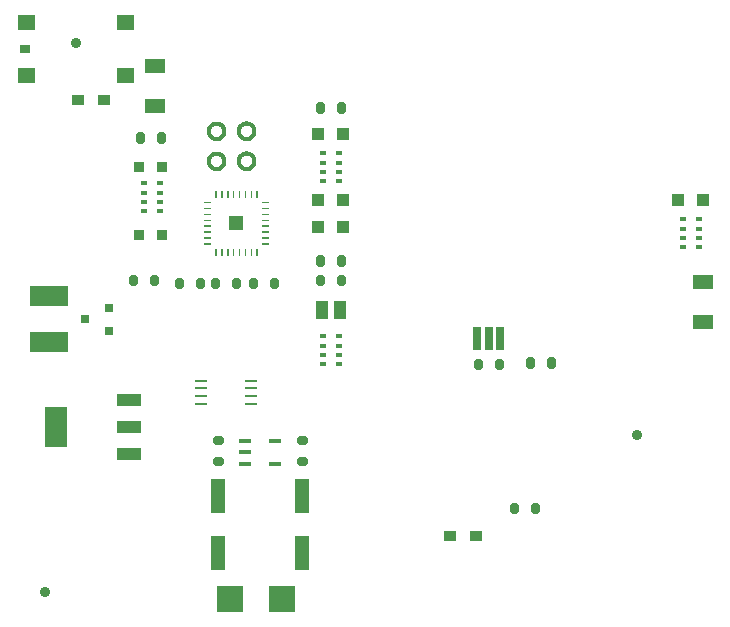
<source format=gbr>
G04 EAGLE Gerber RS-274X export*
G75*
%MOMM*%
%FSLAX34Y34*%
%LPD*%
%INSolderpaste Top*%
%IPPOS*%
%AMOC8*
5,1,8,0,0,1.08239X$1,22.5*%
G01*
%ADD10C,0.304800*%
%ADD11C,0.613534*%
%ADD12R,1.260000X2.860000*%
%ADD13R,1.080000X1.080000*%
%ADD14R,2.160000X2.160000*%
%ADD15C,0.914400*%
%ADD16R,2.113281X1.097281*%
%ADD17R,1.980000X3.380000*%
%ADD18R,3.210000X1.710000*%
%ADD19R,0.787400X0.685800*%
%ADD20C,0.123094*%
%ADD21R,1.270000X1.270000*%
%ADD22R,0.898400X0.898400*%
%ADD23R,1.098400X0.898400*%
%ADD24R,1.051562X1.483363*%
%ADD25R,0.548400X0.398400*%
%ADD26R,1.098400X0.198400*%
%ADD27C,0.075600*%
%ADD28R,0.889000X0.762000*%
%ADD29C,0.005981*%
%ADD30R,1.098400X0.448400*%
%ADD31R,1.660000X1.260000*%


D10*
X176276Y398780D02*
X176278Y398942D01*
X176284Y399104D01*
X176294Y399266D01*
X176308Y399427D01*
X176326Y399588D01*
X176347Y399749D01*
X176373Y399909D01*
X176403Y400068D01*
X176436Y400227D01*
X176474Y400385D01*
X176515Y400541D01*
X176560Y400697D01*
X176609Y400852D01*
X176662Y401005D01*
X176719Y401157D01*
X176779Y401307D01*
X176843Y401456D01*
X176910Y401604D01*
X176981Y401749D01*
X177056Y401893D01*
X177134Y402035D01*
X177216Y402175D01*
X177301Y402313D01*
X177389Y402449D01*
X177481Y402583D01*
X177576Y402714D01*
X177674Y402843D01*
X177775Y402970D01*
X177879Y403094D01*
X177987Y403215D01*
X178097Y403334D01*
X178210Y403450D01*
X178326Y403563D01*
X178445Y403673D01*
X178566Y403781D01*
X178690Y403885D01*
X178817Y403986D01*
X178946Y404084D01*
X179077Y404179D01*
X179211Y404271D01*
X179347Y404359D01*
X179485Y404444D01*
X179625Y404526D01*
X179767Y404604D01*
X179911Y404679D01*
X180056Y404750D01*
X180204Y404817D01*
X180353Y404881D01*
X180503Y404941D01*
X180655Y404998D01*
X180808Y405051D01*
X180963Y405100D01*
X181119Y405145D01*
X181275Y405186D01*
X181433Y405224D01*
X181592Y405257D01*
X181751Y405287D01*
X181911Y405313D01*
X182072Y405334D01*
X182233Y405352D01*
X182394Y405366D01*
X182556Y405376D01*
X182718Y405382D01*
X182880Y405384D01*
X183042Y405382D01*
X183204Y405376D01*
X183366Y405366D01*
X183527Y405352D01*
X183688Y405334D01*
X183849Y405313D01*
X184009Y405287D01*
X184168Y405257D01*
X184327Y405224D01*
X184485Y405186D01*
X184641Y405145D01*
X184797Y405100D01*
X184952Y405051D01*
X185105Y404998D01*
X185257Y404941D01*
X185407Y404881D01*
X185556Y404817D01*
X185704Y404750D01*
X185849Y404679D01*
X185993Y404604D01*
X186135Y404526D01*
X186275Y404444D01*
X186413Y404359D01*
X186549Y404271D01*
X186683Y404179D01*
X186814Y404084D01*
X186943Y403986D01*
X187070Y403885D01*
X187194Y403781D01*
X187315Y403673D01*
X187434Y403563D01*
X187550Y403450D01*
X187663Y403334D01*
X187773Y403215D01*
X187881Y403094D01*
X187985Y402970D01*
X188086Y402843D01*
X188184Y402714D01*
X188279Y402583D01*
X188371Y402449D01*
X188459Y402313D01*
X188544Y402175D01*
X188626Y402035D01*
X188704Y401893D01*
X188779Y401749D01*
X188850Y401604D01*
X188917Y401456D01*
X188981Y401307D01*
X189041Y401157D01*
X189098Y401005D01*
X189151Y400852D01*
X189200Y400697D01*
X189245Y400541D01*
X189286Y400385D01*
X189324Y400227D01*
X189357Y400068D01*
X189387Y399909D01*
X189413Y399749D01*
X189434Y399588D01*
X189452Y399427D01*
X189466Y399266D01*
X189476Y399104D01*
X189482Y398942D01*
X189484Y398780D01*
X189482Y398618D01*
X189476Y398456D01*
X189466Y398294D01*
X189452Y398133D01*
X189434Y397972D01*
X189413Y397811D01*
X189387Y397651D01*
X189357Y397492D01*
X189324Y397333D01*
X189286Y397175D01*
X189245Y397019D01*
X189200Y396863D01*
X189151Y396708D01*
X189098Y396555D01*
X189041Y396403D01*
X188981Y396253D01*
X188917Y396104D01*
X188850Y395956D01*
X188779Y395811D01*
X188704Y395667D01*
X188626Y395525D01*
X188544Y395385D01*
X188459Y395247D01*
X188371Y395111D01*
X188279Y394977D01*
X188184Y394846D01*
X188086Y394717D01*
X187985Y394590D01*
X187881Y394466D01*
X187773Y394345D01*
X187663Y394226D01*
X187550Y394110D01*
X187434Y393997D01*
X187315Y393887D01*
X187194Y393779D01*
X187070Y393675D01*
X186943Y393574D01*
X186814Y393476D01*
X186683Y393381D01*
X186549Y393289D01*
X186413Y393201D01*
X186275Y393116D01*
X186135Y393034D01*
X185993Y392956D01*
X185849Y392881D01*
X185704Y392810D01*
X185556Y392743D01*
X185407Y392679D01*
X185257Y392619D01*
X185105Y392562D01*
X184952Y392509D01*
X184797Y392460D01*
X184641Y392415D01*
X184485Y392374D01*
X184327Y392336D01*
X184168Y392303D01*
X184009Y392273D01*
X183849Y392247D01*
X183688Y392226D01*
X183527Y392208D01*
X183366Y392194D01*
X183204Y392184D01*
X183042Y392178D01*
X182880Y392176D01*
X182718Y392178D01*
X182556Y392184D01*
X182394Y392194D01*
X182233Y392208D01*
X182072Y392226D01*
X181911Y392247D01*
X181751Y392273D01*
X181592Y392303D01*
X181433Y392336D01*
X181275Y392374D01*
X181119Y392415D01*
X180963Y392460D01*
X180808Y392509D01*
X180655Y392562D01*
X180503Y392619D01*
X180353Y392679D01*
X180204Y392743D01*
X180056Y392810D01*
X179911Y392881D01*
X179767Y392956D01*
X179625Y393034D01*
X179485Y393116D01*
X179347Y393201D01*
X179211Y393289D01*
X179077Y393381D01*
X178946Y393476D01*
X178817Y393574D01*
X178690Y393675D01*
X178566Y393779D01*
X178445Y393887D01*
X178326Y393997D01*
X178210Y394110D01*
X178097Y394226D01*
X177987Y394345D01*
X177879Y394466D01*
X177775Y394590D01*
X177674Y394717D01*
X177576Y394846D01*
X177481Y394977D01*
X177389Y395111D01*
X177301Y395247D01*
X177216Y395385D01*
X177134Y395525D01*
X177056Y395667D01*
X176981Y395811D01*
X176910Y395956D01*
X176843Y396104D01*
X176779Y396253D01*
X176719Y396403D01*
X176662Y396555D01*
X176609Y396708D01*
X176560Y396863D01*
X176515Y397019D01*
X176474Y397175D01*
X176436Y397333D01*
X176403Y397492D01*
X176373Y397651D01*
X176347Y397811D01*
X176326Y397972D01*
X176308Y398133D01*
X176294Y398294D01*
X176284Y398456D01*
X176278Y398618D01*
X176276Y398780D01*
X201657Y398780D02*
X201659Y398943D01*
X201665Y399105D01*
X201675Y399267D01*
X201689Y399429D01*
X201707Y399591D01*
X201729Y399752D01*
X201755Y399912D01*
X201784Y400072D01*
X201818Y400231D01*
X201855Y400389D01*
X201897Y400546D01*
X201942Y400703D01*
X201991Y400858D01*
X202044Y401011D01*
X202101Y401164D01*
X202161Y401315D01*
X202225Y401464D01*
X202293Y401612D01*
X202364Y401758D01*
X202439Y401902D01*
X202517Y402044D01*
X202599Y402185D01*
X202685Y402323D01*
X202773Y402460D01*
X202865Y402594D01*
X202960Y402725D01*
X203059Y402855D01*
X203160Y402982D01*
X203265Y403106D01*
X203373Y403228D01*
X203483Y403347D01*
X203597Y403463D01*
X203713Y403577D01*
X203832Y403687D01*
X203954Y403795D01*
X204078Y403900D01*
X204205Y404001D01*
X204335Y404100D01*
X204466Y404195D01*
X204600Y404287D01*
X204737Y404375D01*
X204875Y404461D01*
X205016Y404543D01*
X205158Y404621D01*
X205302Y404696D01*
X205448Y404767D01*
X205596Y404835D01*
X205745Y404899D01*
X205896Y404959D01*
X206049Y405016D01*
X206202Y405069D01*
X206357Y405118D01*
X206514Y405163D01*
X206671Y405205D01*
X206829Y405242D01*
X206988Y405276D01*
X207148Y405305D01*
X207308Y405331D01*
X207469Y405353D01*
X207631Y405371D01*
X207793Y405385D01*
X207955Y405395D01*
X208117Y405401D01*
X208280Y405403D01*
X208443Y405401D01*
X208605Y405395D01*
X208767Y405385D01*
X208929Y405371D01*
X209091Y405353D01*
X209252Y405331D01*
X209412Y405305D01*
X209572Y405276D01*
X209731Y405242D01*
X209889Y405205D01*
X210046Y405163D01*
X210203Y405118D01*
X210358Y405069D01*
X210511Y405016D01*
X210664Y404959D01*
X210815Y404899D01*
X210964Y404835D01*
X211112Y404767D01*
X211258Y404696D01*
X211402Y404621D01*
X211544Y404543D01*
X211685Y404461D01*
X211823Y404375D01*
X211960Y404287D01*
X212094Y404195D01*
X212225Y404100D01*
X212355Y404001D01*
X212482Y403900D01*
X212606Y403795D01*
X212728Y403687D01*
X212847Y403577D01*
X212963Y403463D01*
X213077Y403347D01*
X213187Y403228D01*
X213295Y403106D01*
X213400Y402982D01*
X213501Y402855D01*
X213600Y402725D01*
X213695Y402594D01*
X213787Y402460D01*
X213875Y402323D01*
X213961Y402185D01*
X214043Y402044D01*
X214121Y401902D01*
X214196Y401758D01*
X214267Y401612D01*
X214335Y401464D01*
X214399Y401315D01*
X214459Y401164D01*
X214516Y401011D01*
X214569Y400858D01*
X214618Y400703D01*
X214663Y400546D01*
X214705Y400389D01*
X214742Y400231D01*
X214776Y400072D01*
X214805Y399912D01*
X214831Y399752D01*
X214853Y399591D01*
X214871Y399429D01*
X214885Y399267D01*
X214895Y399105D01*
X214901Y398943D01*
X214903Y398780D01*
X214901Y398617D01*
X214895Y398455D01*
X214885Y398293D01*
X214871Y398131D01*
X214853Y397969D01*
X214831Y397808D01*
X214805Y397648D01*
X214776Y397488D01*
X214742Y397329D01*
X214705Y397171D01*
X214663Y397014D01*
X214618Y396857D01*
X214569Y396702D01*
X214516Y396549D01*
X214459Y396396D01*
X214399Y396245D01*
X214335Y396096D01*
X214267Y395948D01*
X214196Y395802D01*
X214121Y395658D01*
X214043Y395516D01*
X213961Y395375D01*
X213875Y395237D01*
X213787Y395100D01*
X213695Y394966D01*
X213600Y394835D01*
X213501Y394705D01*
X213400Y394578D01*
X213295Y394454D01*
X213187Y394332D01*
X213077Y394213D01*
X212963Y394097D01*
X212847Y393983D01*
X212728Y393873D01*
X212606Y393765D01*
X212482Y393660D01*
X212355Y393559D01*
X212225Y393460D01*
X212094Y393365D01*
X211960Y393273D01*
X211823Y393185D01*
X211685Y393099D01*
X211544Y393017D01*
X211402Y392939D01*
X211258Y392864D01*
X211112Y392793D01*
X210964Y392725D01*
X210815Y392661D01*
X210664Y392601D01*
X210511Y392544D01*
X210358Y392491D01*
X210203Y392442D01*
X210046Y392397D01*
X209889Y392355D01*
X209731Y392318D01*
X209572Y392284D01*
X209412Y392255D01*
X209252Y392229D01*
X209091Y392207D01*
X208929Y392189D01*
X208767Y392175D01*
X208605Y392165D01*
X208443Y392159D01*
X208280Y392157D01*
X208117Y392159D01*
X207955Y392165D01*
X207793Y392175D01*
X207631Y392189D01*
X207469Y392207D01*
X207308Y392229D01*
X207148Y392255D01*
X206988Y392284D01*
X206829Y392318D01*
X206671Y392355D01*
X206514Y392397D01*
X206357Y392442D01*
X206202Y392491D01*
X206049Y392544D01*
X205896Y392601D01*
X205745Y392661D01*
X205596Y392725D01*
X205448Y392793D01*
X205302Y392864D01*
X205158Y392939D01*
X205016Y393017D01*
X204875Y393099D01*
X204737Y393185D01*
X204600Y393273D01*
X204466Y393365D01*
X204335Y393460D01*
X204205Y393559D01*
X204078Y393660D01*
X203954Y393765D01*
X203832Y393873D01*
X203713Y393983D01*
X203597Y394097D01*
X203483Y394213D01*
X203373Y394332D01*
X203265Y394454D01*
X203160Y394578D01*
X203059Y394705D01*
X202960Y394835D01*
X202865Y394966D01*
X202773Y395100D01*
X202685Y395237D01*
X202599Y395375D01*
X202517Y395516D01*
X202439Y395658D01*
X202364Y395802D01*
X202293Y395948D01*
X202225Y396096D01*
X202161Y396245D01*
X202101Y396396D01*
X202044Y396549D01*
X201991Y396702D01*
X201942Y396857D01*
X201897Y397014D01*
X201855Y397171D01*
X201818Y397329D01*
X201784Y397488D01*
X201755Y397648D01*
X201729Y397808D01*
X201707Y397969D01*
X201689Y398131D01*
X201675Y398293D01*
X201665Y398455D01*
X201659Y398617D01*
X201657Y398780D01*
X176276Y424180D02*
X176278Y424342D01*
X176284Y424504D01*
X176294Y424666D01*
X176308Y424827D01*
X176326Y424988D01*
X176347Y425149D01*
X176373Y425309D01*
X176403Y425468D01*
X176436Y425627D01*
X176474Y425785D01*
X176515Y425941D01*
X176560Y426097D01*
X176609Y426252D01*
X176662Y426405D01*
X176719Y426557D01*
X176779Y426707D01*
X176843Y426856D01*
X176910Y427004D01*
X176981Y427149D01*
X177056Y427293D01*
X177134Y427435D01*
X177216Y427575D01*
X177301Y427713D01*
X177389Y427849D01*
X177481Y427983D01*
X177576Y428114D01*
X177674Y428243D01*
X177775Y428370D01*
X177879Y428494D01*
X177987Y428615D01*
X178097Y428734D01*
X178210Y428850D01*
X178326Y428963D01*
X178445Y429073D01*
X178566Y429181D01*
X178690Y429285D01*
X178817Y429386D01*
X178946Y429484D01*
X179077Y429579D01*
X179211Y429671D01*
X179347Y429759D01*
X179485Y429844D01*
X179625Y429926D01*
X179767Y430004D01*
X179911Y430079D01*
X180056Y430150D01*
X180204Y430217D01*
X180353Y430281D01*
X180503Y430341D01*
X180655Y430398D01*
X180808Y430451D01*
X180963Y430500D01*
X181119Y430545D01*
X181275Y430586D01*
X181433Y430624D01*
X181592Y430657D01*
X181751Y430687D01*
X181911Y430713D01*
X182072Y430734D01*
X182233Y430752D01*
X182394Y430766D01*
X182556Y430776D01*
X182718Y430782D01*
X182880Y430784D01*
X183042Y430782D01*
X183204Y430776D01*
X183366Y430766D01*
X183527Y430752D01*
X183688Y430734D01*
X183849Y430713D01*
X184009Y430687D01*
X184168Y430657D01*
X184327Y430624D01*
X184485Y430586D01*
X184641Y430545D01*
X184797Y430500D01*
X184952Y430451D01*
X185105Y430398D01*
X185257Y430341D01*
X185407Y430281D01*
X185556Y430217D01*
X185704Y430150D01*
X185849Y430079D01*
X185993Y430004D01*
X186135Y429926D01*
X186275Y429844D01*
X186413Y429759D01*
X186549Y429671D01*
X186683Y429579D01*
X186814Y429484D01*
X186943Y429386D01*
X187070Y429285D01*
X187194Y429181D01*
X187315Y429073D01*
X187434Y428963D01*
X187550Y428850D01*
X187663Y428734D01*
X187773Y428615D01*
X187881Y428494D01*
X187985Y428370D01*
X188086Y428243D01*
X188184Y428114D01*
X188279Y427983D01*
X188371Y427849D01*
X188459Y427713D01*
X188544Y427575D01*
X188626Y427435D01*
X188704Y427293D01*
X188779Y427149D01*
X188850Y427004D01*
X188917Y426856D01*
X188981Y426707D01*
X189041Y426557D01*
X189098Y426405D01*
X189151Y426252D01*
X189200Y426097D01*
X189245Y425941D01*
X189286Y425785D01*
X189324Y425627D01*
X189357Y425468D01*
X189387Y425309D01*
X189413Y425149D01*
X189434Y424988D01*
X189452Y424827D01*
X189466Y424666D01*
X189476Y424504D01*
X189482Y424342D01*
X189484Y424180D01*
X189482Y424018D01*
X189476Y423856D01*
X189466Y423694D01*
X189452Y423533D01*
X189434Y423372D01*
X189413Y423211D01*
X189387Y423051D01*
X189357Y422892D01*
X189324Y422733D01*
X189286Y422575D01*
X189245Y422419D01*
X189200Y422263D01*
X189151Y422108D01*
X189098Y421955D01*
X189041Y421803D01*
X188981Y421653D01*
X188917Y421504D01*
X188850Y421356D01*
X188779Y421211D01*
X188704Y421067D01*
X188626Y420925D01*
X188544Y420785D01*
X188459Y420647D01*
X188371Y420511D01*
X188279Y420377D01*
X188184Y420246D01*
X188086Y420117D01*
X187985Y419990D01*
X187881Y419866D01*
X187773Y419745D01*
X187663Y419626D01*
X187550Y419510D01*
X187434Y419397D01*
X187315Y419287D01*
X187194Y419179D01*
X187070Y419075D01*
X186943Y418974D01*
X186814Y418876D01*
X186683Y418781D01*
X186549Y418689D01*
X186413Y418601D01*
X186275Y418516D01*
X186135Y418434D01*
X185993Y418356D01*
X185849Y418281D01*
X185704Y418210D01*
X185556Y418143D01*
X185407Y418079D01*
X185257Y418019D01*
X185105Y417962D01*
X184952Y417909D01*
X184797Y417860D01*
X184641Y417815D01*
X184485Y417774D01*
X184327Y417736D01*
X184168Y417703D01*
X184009Y417673D01*
X183849Y417647D01*
X183688Y417626D01*
X183527Y417608D01*
X183366Y417594D01*
X183204Y417584D01*
X183042Y417578D01*
X182880Y417576D01*
X182718Y417578D01*
X182556Y417584D01*
X182394Y417594D01*
X182233Y417608D01*
X182072Y417626D01*
X181911Y417647D01*
X181751Y417673D01*
X181592Y417703D01*
X181433Y417736D01*
X181275Y417774D01*
X181119Y417815D01*
X180963Y417860D01*
X180808Y417909D01*
X180655Y417962D01*
X180503Y418019D01*
X180353Y418079D01*
X180204Y418143D01*
X180056Y418210D01*
X179911Y418281D01*
X179767Y418356D01*
X179625Y418434D01*
X179485Y418516D01*
X179347Y418601D01*
X179211Y418689D01*
X179077Y418781D01*
X178946Y418876D01*
X178817Y418974D01*
X178690Y419075D01*
X178566Y419179D01*
X178445Y419287D01*
X178326Y419397D01*
X178210Y419510D01*
X178097Y419626D01*
X177987Y419745D01*
X177879Y419866D01*
X177775Y419990D01*
X177674Y420117D01*
X177576Y420246D01*
X177481Y420377D01*
X177389Y420511D01*
X177301Y420647D01*
X177216Y420785D01*
X177134Y420925D01*
X177056Y421067D01*
X176981Y421211D01*
X176910Y421356D01*
X176843Y421504D01*
X176779Y421653D01*
X176719Y421803D01*
X176662Y421955D01*
X176609Y422108D01*
X176560Y422263D01*
X176515Y422419D01*
X176474Y422575D01*
X176436Y422733D01*
X176403Y422892D01*
X176373Y423051D01*
X176347Y423211D01*
X176326Y423372D01*
X176308Y423533D01*
X176294Y423694D01*
X176284Y423856D01*
X176278Y424018D01*
X176276Y424180D01*
X201657Y424180D02*
X201659Y424343D01*
X201665Y424505D01*
X201675Y424667D01*
X201689Y424829D01*
X201707Y424991D01*
X201729Y425152D01*
X201755Y425312D01*
X201784Y425472D01*
X201818Y425631D01*
X201855Y425789D01*
X201897Y425946D01*
X201942Y426103D01*
X201991Y426258D01*
X202044Y426411D01*
X202101Y426564D01*
X202161Y426715D01*
X202225Y426864D01*
X202293Y427012D01*
X202364Y427158D01*
X202439Y427302D01*
X202517Y427444D01*
X202599Y427585D01*
X202685Y427723D01*
X202773Y427860D01*
X202865Y427994D01*
X202960Y428125D01*
X203059Y428255D01*
X203160Y428382D01*
X203265Y428506D01*
X203373Y428628D01*
X203483Y428747D01*
X203597Y428863D01*
X203713Y428977D01*
X203832Y429087D01*
X203954Y429195D01*
X204078Y429300D01*
X204205Y429401D01*
X204335Y429500D01*
X204466Y429595D01*
X204600Y429687D01*
X204737Y429775D01*
X204875Y429861D01*
X205016Y429943D01*
X205158Y430021D01*
X205302Y430096D01*
X205448Y430167D01*
X205596Y430235D01*
X205745Y430299D01*
X205896Y430359D01*
X206049Y430416D01*
X206202Y430469D01*
X206357Y430518D01*
X206514Y430563D01*
X206671Y430605D01*
X206829Y430642D01*
X206988Y430676D01*
X207148Y430705D01*
X207308Y430731D01*
X207469Y430753D01*
X207631Y430771D01*
X207793Y430785D01*
X207955Y430795D01*
X208117Y430801D01*
X208280Y430803D01*
X208443Y430801D01*
X208605Y430795D01*
X208767Y430785D01*
X208929Y430771D01*
X209091Y430753D01*
X209252Y430731D01*
X209412Y430705D01*
X209572Y430676D01*
X209731Y430642D01*
X209889Y430605D01*
X210046Y430563D01*
X210203Y430518D01*
X210358Y430469D01*
X210511Y430416D01*
X210664Y430359D01*
X210815Y430299D01*
X210964Y430235D01*
X211112Y430167D01*
X211258Y430096D01*
X211402Y430021D01*
X211544Y429943D01*
X211685Y429861D01*
X211823Y429775D01*
X211960Y429687D01*
X212094Y429595D01*
X212225Y429500D01*
X212355Y429401D01*
X212482Y429300D01*
X212606Y429195D01*
X212728Y429087D01*
X212847Y428977D01*
X212963Y428863D01*
X213077Y428747D01*
X213187Y428628D01*
X213295Y428506D01*
X213400Y428382D01*
X213501Y428255D01*
X213600Y428125D01*
X213695Y427994D01*
X213787Y427860D01*
X213875Y427723D01*
X213961Y427585D01*
X214043Y427444D01*
X214121Y427302D01*
X214196Y427158D01*
X214267Y427012D01*
X214335Y426864D01*
X214399Y426715D01*
X214459Y426564D01*
X214516Y426411D01*
X214569Y426258D01*
X214618Y426103D01*
X214663Y425946D01*
X214705Y425789D01*
X214742Y425631D01*
X214776Y425472D01*
X214805Y425312D01*
X214831Y425152D01*
X214853Y424991D01*
X214871Y424829D01*
X214885Y424667D01*
X214895Y424505D01*
X214901Y424343D01*
X214903Y424180D01*
X214901Y424017D01*
X214895Y423855D01*
X214885Y423693D01*
X214871Y423531D01*
X214853Y423369D01*
X214831Y423208D01*
X214805Y423048D01*
X214776Y422888D01*
X214742Y422729D01*
X214705Y422571D01*
X214663Y422414D01*
X214618Y422257D01*
X214569Y422102D01*
X214516Y421949D01*
X214459Y421796D01*
X214399Y421645D01*
X214335Y421496D01*
X214267Y421348D01*
X214196Y421202D01*
X214121Y421058D01*
X214043Y420916D01*
X213961Y420775D01*
X213875Y420637D01*
X213787Y420500D01*
X213695Y420366D01*
X213600Y420235D01*
X213501Y420105D01*
X213400Y419978D01*
X213295Y419854D01*
X213187Y419732D01*
X213077Y419613D01*
X212963Y419497D01*
X212847Y419383D01*
X212728Y419273D01*
X212606Y419165D01*
X212482Y419060D01*
X212355Y418959D01*
X212225Y418860D01*
X212094Y418765D01*
X211960Y418673D01*
X211823Y418585D01*
X211685Y418499D01*
X211544Y418417D01*
X211402Y418339D01*
X211258Y418264D01*
X211112Y418193D01*
X210964Y418125D01*
X210815Y418061D01*
X210664Y418001D01*
X210511Y417944D01*
X210358Y417891D01*
X210203Y417842D01*
X210046Y417797D01*
X209889Y417755D01*
X209731Y417718D01*
X209572Y417684D01*
X209412Y417655D01*
X209252Y417629D01*
X209091Y417607D01*
X208929Y417589D01*
X208767Y417575D01*
X208605Y417565D01*
X208443Y417559D01*
X208280Y417557D01*
X208117Y417559D01*
X207955Y417565D01*
X207793Y417575D01*
X207631Y417589D01*
X207469Y417607D01*
X207308Y417629D01*
X207148Y417655D01*
X206988Y417684D01*
X206829Y417718D01*
X206671Y417755D01*
X206514Y417797D01*
X206357Y417842D01*
X206202Y417891D01*
X206049Y417944D01*
X205896Y418001D01*
X205745Y418061D01*
X205596Y418125D01*
X205448Y418193D01*
X205302Y418264D01*
X205158Y418339D01*
X205016Y418417D01*
X204875Y418499D01*
X204737Y418585D01*
X204600Y418673D01*
X204466Y418765D01*
X204335Y418860D01*
X204205Y418959D01*
X204078Y419060D01*
X203954Y419165D01*
X203832Y419273D01*
X203713Y419383D01*
X203597Y419497D01*
X203483Y419613D01*
X203373Y419732D01*
X203265Y419854D01*
X203160Y419978D01*
X203059Y420105D01*
X202960Y420235D01*
X202865Y420366D01*
X202773Y420500D01*
X202685Y420637D01*
X202599Y420775D01*
X202517Y420916D01*
X202439Y421058D01*
X202364Y421202D01*
X202293Y421348D01*
X202225Y421496D01*
X202161Y421645D01*
X202101Y421796D01*
X202044Y421949D01*
X201991Y422102D01*
X201942Y422257D01*
X201897Y422414D01*
X201855Y422571D01*
X201818Y422729D01*
X201784Y422888D01*
X201755Y423048D01*
X201729Y423208D01*
X201707Y423369D01*
X201689Y423531D01*
X201675Y423693D01*
X201665Y423855D01*
X201659Y424017D01*
X201657Y424180D01*
D11*
X128623Y300375D02*
X128623Y296525D01*
X128623Y300375D02*
X130457Y300375D01*
X130457Y296525D01*
X128623Y296525D01*
X110843Y296525D02*
X110843Y300375D01*
X112677Y300375D01*
X112677Y296525D01*
X110843Y296525D01*
D12*
X255270Y67440D03*
X255270Y115440D03*
X184150Y67440D03*
X184150Y115440D03*
D13*
X594700Y365760D03*
X573700Y365760D03*
X268900Y342900D03*
X289900Y342900D03*
X268900Y365760D03*
X289900Y365760D03*
D14*
X237900Y27940D03*
X193900Y27940D03*
D15*
X63500Y499110D03*
X538400Y167410D03*
X37300Y34100D03*
D16*
X108458Y150876D03*
X108458Y173990D03*
X108458Y197104D03*
D17*
X46480Y173990D03*
D11*
X287373Y442575D02*
X287373Y446425D01*
X289207Y446425D01*
X289207Y442575D01*
X287373Y442575D01*
X269593Y442575D02*
X269593Y446425D01*
X271427Y446425D01*
X271427Y442575D01*
X269593Y442575D01*
D18*
X40640Y245930D03*
X40640Y284930D03*
D11*
X271427Y313035D02*
X271427Y316885D01*
X271427Y313035D02*
X269593Y313035D01*
X269593Y316885D01*
X271427Y316885D01*
X289207Y316885D02*
X289207Y313035D01*
X287373Y313035D01*
X287373Y316885D01*
X289207Y316885D01*
D13*
X289900Y421640D03*
X268900Y421640D03*
D19*
X91440Y255524D03*
X91440Y274828D03*
X71120Y265176D03*
D11*
X182225Y161643D02*
X186075Y161643D01*
X182225Y161643D02*
X182225Y163477D01*
X186075Y163477D01*
X186075Y161643D01*
X186075Y143863D02*
X182225Y143863D01*
X182225Y145697D01*
X186075Y145697D01*
X186075Y143863D01*
D20*
X182167Y324587D02*
X181613Y324587D01*
X182167Y324587D02*
X182167Y319833D01*
X181613Y319833D01*
X181613Y324587D01*
X181613Y321002D02*
X182167Y321002D01*
X182167Y322171D02*
X181613Y322171D01*
X181613Y323340D02*
X182167Y323340D01*
X182167Y324509D02*
X181613Y324509D01*
X186613Y324587D02*
X187167Y324587D01*
X187167Y319833D01*
X186613Y319833D01*
X186613Y324587D01*
X186613Y321002D02*
X187167Y321002D01*
X187167Y322171D02*
X186613Y322171D01*
X186613Y323340D02*
X187167Y323340D01*
X187167Y324509D02*
X186613Y324509D01*
X191613Y324587D02*
X192167Y324587D01*
X192167Y319833D01*
X191613Y319833D01*
X191613Y324587D01*
X191613Y321002D02*
X192167Y321002D01*
X192167Y322171D02*
X191613Y322171D01*
X191613Y323340D02*
X192167Y323340D01*
X192167Y324509D02*
X191613Y324509D01*
X196613Y324587D02*
X197167Y324587D01*
X197167Y319833D01*
X196613Y319833D01*
X196613Y324587D01*
X196613Y321002D02*
X197167Y321002D01*
X197167Y322171D02*
X196613Y322171D01*
X196613Y323340D02*
X197167Y323340D01*
X197167Y324509D02*
X196613Y324509D01*
X201613Y324587D02*
X202167Y324587D01*
X202167Y319833D01*
X201613Y319833D01*
X201613Y324587D01*
X201613Y321002D02*
X202167Y321002D01*
X202167Y322171D02*
X201613Y322171D01*
X201613Y323340D02*
X202167Y323340D01*
X202167Y324509D02*
X201613Y324509D01*
X206613Y324587D02*
X207167Y324587D01*
X207167Y319833D01*
X206613Y319833D01*
X206613Y324587D01*
X206613Y321002D02*
X207167Y321002D01*
X207167Y322171D02*
X206613Y322171D01*
X206613Y323340D02*
X207167Y323340D01*
X207167Y324509D02*
X206613Y324509D01*
X211613Y324587D02*
X212167Y324587D01*
X212167Y319833D01*
X211613Y319833D01*
X211613Y324587D01*
X211613Y321002D02*
X212167Y321002D01*
X212167Y322171D02*
X211613Y322171D01*
X211613Y323340D02*
X212167Y323340D01*
X212167Y324509D02*
X211613Y324509D01*
X216613Y324587D02*
X217167Y324587D01*
X217167Y319833D01*
X216613Y319833D01*
X216613Y324587D01*
X216613Y321002D02*
X217167Y321002D01*
X217167Y322171D02*
X216613Y322171D01*
X216613Y323340D02*
X217167Y323340D01*
X217167Y324509D02*
X216613Y324509D01*
X221513Y328933D02*
X221513Y329487D01*
X226267Y329487D01*
X226267Y328933D01*
X221513Y328933D01*
X221513Y333933D02*
X221513Y334487D01*
X226267Y334487D01*
X226267Y333933D01*
X221513Y333933D01*
X221513Y338933D02*
X221513Y339487D01*
X226267Y339487D01*
X226267Y338933D01*
X221513Y338933D01*
X221513Y343933D02*
X221513Y344487D01*
X226267Y344487D01*
X226267Y343933D01*
X221513Y343933D01*
X221513Y348933D02*
X221513Y349487D01*
X226267Y349487D01*
X226267Y348933D01*
X221513Y348933D01*
X221513Y353933D02*
X221513Y354487D01*
X226267Y354487D01*
X226267Y353933D01*
X221513Y353933D01*
X221513Y358933D02*
X221513Y359487D01*
X226267Y359487D01*
X226267Y358933D01*
X221513Y358933D01*
X221513Y363933D02*
X221513Y364487D01*
X226267Y364487D01*
X226267Y363933D01*
X221513Y363933D01*
X217167Y373587D02*
X216613Y373587D01*
X217167Y373587D02*
X217167Y368833D01*
X216613Y368833D01*
X216613Y373587D01*
X216613Y370002D02*
X217167Y370002D01*
X217167Y371171D02*
X216613Y371171D01*
X216613Y372340D02*
X217167Y372340D01*
X217167Y373509D02*
X216613Y373509D01*
X212167Y373587D02*
X211613Y373587D01*
X212167Y373587D02*
X212167Y368833D01*
X211613Y368833D01*
X211613Y373587D01*
X211613Y370002D02*
X212167Y370002D01*
X212167Y371171D02*
X211613Y371171D01*
X211613Y372340D02*
X212167Y372340D01*
X212167Y373509D02*
X211613Y373509D01*
X207167Y373587D02*
X206613Y373587D01*
X207167Y373587D02*
X207167Y368833D01*
X206613Y368833D01*
X206613Y373587D01*
X206613Y370002D02*
X207167Y370002D01*
X207167Y371171D02*
X206613Y371171D01*
X206613Y372340D02*
X207167Y372340D01*
X207167Y373509D02*
X206613Y373509D01*
X202167Y373587D02*
X201613Y373587D01*
X202167Y373587D02*
X202167Y368833D01*
X201613Y368833D01*
X201613Y373587D01*
X201613Y370002D02*
X202167Y370002D01*
X202167Y371171D02*
X201613Y371171D01*
X201613Y372340D02*
X202167Y372340D01*
X202167Y373509D02*
X201613Y373509D01*
X197167Y373587D02*
X196613Y373587D01*
X197167Y373587D02*
X197167Y368833D01*
X196613Y368833D01*
X196613Y373587D01*
X196613Y370002D02*
X197167Y370002D01*
X197167Y371171D02*
X196613Y371171D01*
X196613Y372340D02*
X197167Y372340D01*
X197167Y373509D02*
X196613Y373509D01*
X192167Y373587D02*
X191613Y373587D01*
X192167Y373587D02*
X192167Y368833D01*
X191613Y368833D01*
X191613Y373587D01*
X191613Y370002D02*
X192167Y370002D01*
X192167Y371171D02*
X191613Y371171D01*
X191613Y372340D02*
X192167Y372340D01*
X192167Y373509D02*
X191613Y373509D01*
X187167Y373587D02*
X186613Y373587D01*
X187167Y373587D02*
X187167Y368833D01*
X186613Y368833D01*
X186613Y373587D01*
X186613Y370002D02*
X187167Y370002D01*
X187167Y371171D02*
X186613Y371171D01*
X186613Y372340D02*
X187167Y372340D01*
X187167Y373509D02*
X186613Y373509D01*
X182167Y373587D02*
X181613Y373587D01*
X182167Y373587D02*
X182167Y368833D01*
X181613Y368833D01*
X181613Y373587D01*
X181613Y370002D02*
X182167Y370002D01*
X182167Y371171D02*
X181613Y371171D01*
X181613Y372340D02*
X182167Y372340D01*
X182167Y373509D02*
X181613Y373509D01*
X172513Y364487D02*
X172513Y363933D01*
X172513Y364487D02*
X177267Y364487D01*
X177267Y363933D01*
X172513Y363933D01*
X172513Y359487D02*
X172513Y358933D01*
X172513Y359487D02*
X177267Y359487D01*
X177267Y358933D01*
X172513Y358933D01*
X172513Y354487D02*
X172513Y353933D01*
X172513Y354487D02*
X177267Y354487D01*
X177267Y353933D01*
X172513Y353933D01*
X172513Y349487D02*
X172513Y348933D01*
X172513Y349487D02*
X177267Y349487D01*
X177267Y348933D01*
X172513Y348933D01*
X172513Y344487D02*
X172513Y343933D01*
X172513Y344487D02*
X177267Y344487D01*
X177267Y343933D01*
X172513Y343933D01*
X172513Y339487D02*
X172513Y338933D01*
X172513Y339487D02*
X177267Y339487D01*
X177267Y338933D01*
X172513Y338933D01*
X172513Y334487D02*
X172513Y333933D01*
X172513Y334487D02*
X177267Y334487D01*
X177267Y333933D01*
X172513Y333933D01*
X172513Y329487D02*
X172513Y328933D01*
X172513Y329487D02*
X177267Y329487D01*
X177267Y328933D01*
X172513Y328933D01*
D21*
X199390Y346710D03*
D11*
X271427Y300375D02*
X271427Y296525D01*
X269593Y296525D01*
X269593Y300375D01*
X271427Y300375D01*
X289207Y300375D02*
X289207Y296525D01*
X287373Y296525D01*
X287373Y300375D01*
X289207Y300375D01*
D22*
X137000Y393700D03*
X117000Y393700D03*
X137000Y336550D03*
X117000Y336550D03*
D23*
X87200Y450850D03*
X65200Y450850D03*
D24*
X271780Y273050D03*
X287020Y273050D03*
D11*
X420723Y229255D02*
X422557Y229255D01*
X422557Y225405D01*
X420723Y225405D01*
X420723Y229255D01*
X404777Y229255D02*
X402943Y229255D01*
X404777Y229255D02*
X404777Y225405D01*
X402943Y225405D01*
X402943Y229255D01*
D25*
X272650Y405700D03*
X272650Y397700D03*
X272650Y389700D03*
X272650Y381700D03*
X286150Y381700D03*
X286150Y389700D03*
X286150Y397700D03*
X286150Y405700D03*
X286150Y226760D03*
X286150Y234760D03*
X286150Y242760D03*
X286150Y250760D03*
X272650Y250760D03*
X272650Y242760D03*
X272650Y234760D03*
X272650Y226760D03*
D11*
X449227Y226675D02*
X449227Y230525D01*
X449227Y226675D02*
X447393Y226675D01*
X447393Y230525D01*
X449227Y230525D01*
X467007Y230525D02*
X467007Y226675D01*
X465173Y226675D01*
X465173Y230525D01*
X467007Y230525D01*
X134973Y417175D02*
X134973Y421025D01*
X136807Y421025D01*
X136807Y417175D01*
X134973Y417175D01*
X117193Y417175D02*
X117193Y421025D01*
X119027Y421025D01*
X119027Y417175D01*
X117193Y417175D01*
D25*
X590950Y325820D03*
X590950Y333820D03*
X590950Y341820D03*
X590950Y349820D03*
X577450Y349820D03*
X577450Y341820D03*
X577450Y333820D03*
X577450Y325820D03*
X135020Y356300D03*
X135020Y364300D03*
X135020Y372300D03*
X135020Y380300D03*
X121520Y380300D03*
X121520Y372300D03*
X121520Y364300D03*
X121520Y356300D03*
D11*
X253345Y145697D02*
X257195Y145697D01*
X257195Y143863D01*
X253345Y143863D01*
X253345Y145697D01*
X253345Y163477D02*
X257195Y163477D01*
X257195Y161643D01*
X253345Y161643D01*
X253345Y163477D01*
X182527Y293985D02*
X180693Y293985D01*
X180693Y297835D01*
X182527Y297835D01*
X182527Y293985D01*
X198473Y293985D02*
X200307Y293985D01*
X198473Y293985D02*
X198473Y297835D01*
X200307Y297835D01*
X200307Y293985D01*
X167993Y293985D02*
X167993Y297835D01*
X169827Y297835D01*
X169827Y293985D01*
X167993Y293985D01*
X150213Y293985D02*
X150213Y297835D01*
X152047Y297835D01*
X152047Y293985D01*
X150213Y293985D01*
X214277Y293985D02*
X214277Y297835D01*
X214277Y293985D02*
X212443Y293985D01*
X212443Y297835D01*
X214277Y297835D01*
X232057Y297835D02*
X232057Y293985D01*
X230223Y293985D01*
X230223Y297835D01*
X232057Y297835D01*
D26*
X169380Y193440D03*
X169380Y199940D03*
X169380Y206440D03*
X169380Y212940D03*
X211630Y212940D03*
X211630Y206440D03*
X211630Y199940D03*
X211630Y193440D03*
D27*
X28422Y510608D02*
X14578Y510608D01*
X14578Y522452D01*
X28422Y522452D01*
X28422Y510608D01*
X28422Y511326D02*
X14578Y511326D01*
X14578Y512044D02*
X28422Y512044D01*
X28422Y512762D02*
X14578Y512762D01*
X14578Y513480D02*
X28422Y513480D01*
X28422Y514198D02*
X14578Y514198D01*
X14578Y514916D02*
X28422Y514916D01*
X28422Y515634D02*
X14578Y515634D01*
X14578Y516352D02*
X28422Y516352D01*
X28422Y517070D02*
X14578Y517070D01*
X14578Y517788D02*
X28422Y517788D01*
X28422Y518506D02*
X14578Y518506D01*
X14578Y519224D02*
X28422Y519224D01*
X28422Y519942D02*
X14578Y519942D01*
X14578Y520660D02*
X28422Y520660D01*
X28422Y521378D02*
X14578Y521378D01*
X14578Y522096D02*
X28422Y522096D01*
X98578Y510608D02*
X112422Y510608D01*
X98578Y510608D02*
X98578Y522452D01*
X112422Y522452D01*
X112422Y510608D01*
X112422Y511326D02*
X98578Y511326D01*
X98578Y512044D02*
X112422Y512044D01*
X112422Y512762D02*
X98578Y512762D01*
X98578Y513480D02*
X112422Y513480D01*
X112422Y514198D02*
X98578Y514198D01*
X98578Y514916D02*
X112422Y514916D01*
X112422Y515634D02*
X98578Y515634D01*
X98578Y516352D02*
X112422Y516352D01*
X112422Y517070D02*
X98578Y517070D01*
X98578Y517788D02*
X112422Y517788D01*
X112422Y518506D02*
X98578Y518506D01*
X98578Y519224D02*
X112422Y519224D01*
X112422Y519942D02*
X98578Y519942D01*
X98578Y520660D02*
X112422Y520660D01*
X112422Y521378D02*
X98578Y521378D01*
X98578Y522096D02*
X112422Y522096D01*
X28422Y465608D02*
X14578Y465608D01*
X14578Y477452D01*
X28422Y477452D01*
X28422Y465608D01*
X28422Y466326D02*
X14578Y466326D01*
X14578Y467044D02*
X28422Y467044D01*
X28422Y467762D02*
X14578Y467762D01*
X14578Y468480D02*
X28422Y468480D01*
X28422Y469198D02*
X14578Y469198D01*
X14578Y469916D02*
X28422Y469916D01*
X28422Y470634D02*
X14578Y470634D01*
X14578Y471352D02*
X28422Y471352D01*
X28422Y472070D02*
X14578Y472070D01*
X14578Y472788D02*
X28422Y472788D01*
X28422Y473506D02*
X14578Y473506D01*
X14578Y474224D02*
X28422Y474224D01*
X28422Y474942D02*
X14578Y474942D01*
X14578Y475660D02*
X28422Y475660D01*
X28422Y476378D02*
X14578Y476378D01*
X14578Y477096D02*
X28422Y477096D01*
X98578Y465608D02*
X112422Y465608D01*
X98578Y465608D02*
X98578Y477452D01*
X112422Y477452D01*
X112422Y465608D01*
X112422Y466326D02*
X98578Y466326D01*
X98578Y467044D02*
X112422Y467044D01*
X112422Y467762D02*
X98578Y467762D01*
X98578Y468480D02*
X112422Y468480D01*
X112422Y469198D02*
X98578Y469198D01*
X98578Y469916D02*
X112422Y469916D01*
X112422Y470634D02*
X98578Y470634D01*
X98578Y471352D02*
X112422Y471352D01*
X112422Y472070D02*
X98578Y472070D01*
X98578Y472788D02*
X112422Y472788D01*
X112422Y473506D02*
X98578Y473506D01*
X98578Y474224D02*
X112422Y474224D01*
X112422Y474942D02*
X98578Y474942D01*
X98578Y475660D02*
X112422Y475660D01*
X112422Y476378D02*
X98578Y476378D01*
X98578Y477096D02*
X112422Y477096D01*
D28*
X20955Y494030D03*
D29*
X405712Y258382D02*
X405712Y239458D01*
X399788Y239458D01*
X399788Y258382D01*
X405712Y258382D01*
X405712Y239515D02*
X399788Y239515D01*
X399788Y239572D02*
X405712Y239572D01*
X405712Y239629D02*
X399788Y239629D01*
X399788Y239686D02*
X405712Y239686D01*
X405712Y239743D02*
X399788Y239743D01*
X399788Y239800D02*
X405712Y239800D01*
X405712Y239857D02*
X399788Y239857D01*
X399788Y239914D02*
X405712Y239914D01*
X405712Y239971D02*
X399788Y239971D01*
X399788Y240028D02*
X405712Y240028D01*
X405712Y240085D02*
X399788Y240085D01*
X399788Y240142D02*
X405712Y240142D01*
X405712Y240199D02*
X399788Y240199D01*
X399788Y240256D02*
X405712Y240256D01*
X405712Y240313D02*
X399788Y240313D01*
X399788Y240370D02*
X405712Y240370D01*
X405712Y240427D02*
X399788Y240427D01*
X399788Y240484D02*
X405712Y240484D01*
X405712Y240541D02*
X399788Y240541D01*
X399788Y240598D02*
X405712Y240598D01*
X405712Y240655D02*
X399788Y240655D01*
X399788Y240712D02*
X405712Y240712D01*
X405712Y240769D02*
X399788Y240769D01*
X399788Y240826D02*
X405712Y240826D01*
X405712Y240883D02*
X399788Y240883D01*
X399788Y240940D02*
X405712Y240940D01*
X405712Y240997D02*
X399788Y240997D01*
X399788Y241054D02*
X405712Y241054D01*
X405712Y241111D02*
X399788Y241111D01*
X399788Y241168D02*
X405712Y241168D01*
X405712Y241225D02*
X399788Y241225D01*
X399788Y241282D02*
X405712Y241282D01*
X405712Y241339D02*
X399788Y241339D01*
X399788Y241396D02*
X405712Y241396D01*
X405712Y241453D02*
X399788Y241453D01*
X399788Y241510D02*
X405712Y241510D01*
X405712Y241567D02*
X399788Y241567D01*
X399788Y241624D02*
X405712Y241624D01*
X405712Y241681D02*
X399788Y241681D01*
X399788Y241738D02*
X405712Y241738D01*
X405712Y241795D02*
X399788Y241795D01*
X399788Y241852D02*
X405712Y241852D01*
X405712Y241909D02*
X399788Y241909D01*
X399788Y241966D02*
X405712Y241966D01*
X405712Y242023D02*
X399788Y242023D01*
X399788Y242080D02*
X405712Y242080D01*
X405712Y242137D02*
X399788Y242137D01*
X399788Y242194D02*
X405712Y242194D01*
X405712Y242251D02*
X399788Y242251D01*
X399788Y242308D02*
X405712Y242308D01*
X405712Y242365D02*
X399788Y242365D01*
X399788Y242422D02*
X405712Y242422D01*
X405712Y242479D02*
X399788Y242479D01*
X399788Y242536D02*
X405712Y242536D01*
X405712Y242593D02*
X399788Y242593D01*
X399788Y242650D02*
X405712Y242650D01*
X405712Y242707D02*
X399788Y242707D01*
X399788Y242764D02*
X405712Y242764D01*
X405712Y242821D02*
X399788Y242821D01*
X399788Y242878D02*
X405712Y242878D01*
X405712Y242935D02*
X399788Y242935D01*
X399788Y242992D02*
X405712Y242992D01*
X405712Y243049D02*
X399788Y243049D01*
X399788Y243106D02*
X405712Y243106D01*
X405712Y243163D02*
X399788Y243163D01*
X399788Y243220D02*
X405712Y243220D01*
X405712Y243277D02*
X399788Y243277D01*
X399788Y243334D02*
X405712Y243334D01*
X405712Y243391D02*
X399788Y243391D01*
X399788Y243448D02*
X405712Y243448D01*
X405712Y243505D02*
X399788Y243505D01*
X399788Y243562D02*
X405712Y243562D01*
X405712Y243619D02*
X399788Y243619D01*
X399788Y243676D02*
X405712Y243676D01*
X405712Y243733D02*
X399788Y243733D01*
X399788Y243790D02*
X405712Y243790D01*
X405712Y243847D02*
X399788Y243847D01*
X399788Y243904D02*
X405712Y243904D01*
X405712Y243961D02*
X399788Y243961D01*
X399788Y244018D02*
X405712Y244018D01*
X405712Y244075D02*
X399788Y244075D01*
X399788Y244132D02*
X405712Y244132D01*
X405712Y244189D02*
X399788Y244189D01*
X399788Y244246D02*
X405712Y244246D01*
X405712Y244303D02*
X399788Y244303D01*
X399788Y244360D02*
X405712Y244360D01*
X405712Y244417D02*
X399788Y244417D01*
X399788Y244474D02*
X405712Y244474D01*
X405712Y244531D02*
X399788Y244531D01*
X399788Y244588D02*
X405712Y244588D01*
X405712Y244645D02*
X399788Y244645D01*
X399788Y244702D02*
X405712Y244702D01*
X405712Y244759D02*
X399788Y244759D01*
X399788Y244816D02*
X405712Y244816D01*
X405712Y244873D02*
X399788Y244873D01*
X399788Y244930D02*
X405712Y244930D01*
X405712Y244987D02*
X399788Y244987D01*
X399788Y245044D02*
X405712Y245044D01*
X405712Y245101D02*
X399788Y245101D01*
X399788Y245158D02*
X405712Y245158D01*
X405712Y245215D02*
X399788Y245215D01*
X399788Y245272D02*
X405712Y245272D01*
X405712Y245329D02*
X399788Y245329D01*
X399788Y245386D02*
X405712Y245386D01*
X405712Y245443D02*
X399788Y245443D01*
X399788Y245500D02*
X405712Y245500D01*
X405712Y245557D02*
X399788Y245557D01*
X399788Y245614D02*
X405712Y245614D01*
X405712Y245671D02*
X399788Y245671D01*
X399788Y245728D02*
X405712Y245728D01*
X405712Y245785D02*
X399788Y245785D01*
X399788Y245842D02*
X405712Y245842D01*
X405712Y245899D02*
X399788Y245899D01*
X399788Y245956D02*
X405712Y245956D01*
X405712Y246013D02*
X399788Y246013D01*
X399788Y246070D02*
X405712Y246070D01*
X405712Y246127D02*
X399788Y246127D01*
X399788Y246184D02*
X405712Y246184D01*
X405712Y246241D02*
X399788Y246241D01*
X399788Y246298D02*
X405712Y246298D01*
X405712Y246355D02*
X399788Y246355D01*
X399788Y246412D02*
X405712Y246412D01*
X405712Y246469D02*
X399788Y246469D01*
X399788Y246526D02*
X405712Y246526D01*
X405712Y246583D02*
X399788Y246583D01*
X399788Y246640D02*
X405712Y246640D01*
X405712Y246697D02*
X399788Y246697D01*
X399788Y246754D02*
X405712Y246754D01*
X405712Y246811D02*
X399788Y246811D01*
X399788Y246868D02*
X405712Y246868D01*
X405712Y246925D02*
X399788Y246925D01*
X399788Y246982D02*
X405712Y246982D01*
X405712Y247039D02*
X399788Y247039D01*
X399788Y247096D02*
X405712Y247096D01*
X405712Y247153D02*
X399788Y247153D01*
X399788Y247210D02*
X405712Y247210D01*
X405712Y247267D02*
X399788Y247267D01*
X399788Y247324D02*
X405712Y247324D01*
X405712Y247381D02*
X399788Y247381D01*
X399788Y247438D02*
X405712Y247438D01*
X405712Y247495D02*
X399788Y247495D01*
X399788Y247552D02*
X405712Y247552D01*
X405712Y247609D02*
X399788Y247609D01*
X399788Y247666D02*
X405712Y247666D01*
X405712Y247723D02*
X399788Y247723D01*
X399788Y247780D02*
X405712Y247780D01*
X405712Y247837D02*
X399788Y247837D01*
X399788Y247894D02*
X405712Y247894D01*
X405712Y247951D02*
X399788Y247951D01*
X399788Y248008D02*
X405712Y248008D01*
X405712Y248065D02*
X399788Y248065D01*
X399788Y248122D02*
X405712Y248122D01*
X405712Y248179D02*
X399788Y248179D01*
X399788Y248236D02*
X405712Y248236D01*
X405712Y248293D02*
X399788Y248293D01*
X399788Y248350D02*
X405712Y248350D01*
X405712Y248407D02*
X399788Y248407D01*
X399788Y248464D02*
X405712Y248464D01*
X405712Y248521D02*
X399788Y248521D01*
X399788Y248578D02*
X405712Y248578D01*
X405712Y248635D02*
X399788Y248635D01*
X399788Y248692D02*
X405712Y248692D01*
X405712Y248749D02*
X399788Y248749D01*
X399788Y248806D02*
X405712Y248806D01*
X405712Y248863D02*
X399788Y248863D01*
X399788Y248920D02*
X405712Y248920D01*
X405712Y248977D02*
X399788Y248977D01*
X399788Y249034D02*
X405712Y249034D01*
X405712Y249091D02*
X399788Y249091D01*
X399788Y249148D02*
X405712Y249148D01*
X405712Y249205D02*
X399788Y249205D01*
X399788Y249262D02*
X405712Y249262D01*
X405712Y249319D02*
X399788Y249319D01*
X399788Y249376D02*
X405712Y249376D01*
X405712Y249433D02*
X399788Y249433D01*
X399788Y249490D02*
X405712Y249490D01*
X405712Y249547D02*
X399788Y249547D01*
X399788Y249604D02*
X405712Y249604D01*
X405712Y249661D02*
X399788Y249661D01*
X399788Y249718D02*
X405712Y249718D01*
X405712Y249775D02*
X399788Y249775D01*
X399788Y249832D02*
X405712Y249832D01*
X405712Y249889D02*
X399788Y249889D01*
X399788Y249946D02*
X405712Y249946D01*
X405712Y250003D02*
X399788Y250003D01*
X399788Y250060D02*
X405712Y250060D01*
X405712Y250117D02*
X399788Y250117D01*
X399788Y250174D02*
X405712Y250174D01*
X405712Y250231D02*
X399788Y250231D01*
X399788Y250288D02*
X405712Y250288D01*
X405712Y250345D02*
X399788Y250345D01*
X399788Y250402D02*
X405712Y250402D01*
X405712Y250459D02*
X399788Y250459D01*
X399788Y250516D02*
X405712Y250516D01*
X405712Y250573D02*
X399788Y250573D01*
X399788Y250630D02*
X405712Y250630D01*
X405712Y250687D02*
X399788Y250687D01*
X399788Y250744D02*
X405712Y250744D01*
X405712Y250801D02*
X399788Y250801D01*
X399788Y250858D02*
X405712Y250858D01*
X405712Y250915D02*
X399788Y250915D01*
X399788Y250972D02*
X405712Y250972D01*
X405712Y251029D02*
X399788Y251029D01*
X399788Y251086D02*
X405712Y251086D01*
X405712Y251143D02*
X399788Y251143D01*
X399788Y251200D02*
X405712Y251200D01*
X405712Y251257D02*
X399788Y251257D01*
X399788Y251314D02*
X405712Y251314D01*
X405712Y251371D02*
X399788Y251371D01*
X399788Y251428D02*
X405712Y251428D01*
X405712Y251485D02*
X399788Y251485D01*
X399788Y251542D02*
X405712Y251542D01*
X405712Y251599D02*
X399788Y251599D01*
X399788Y251656D02*
X405712Y251656D01*
X405712Y251713D02*
X399788Y251713D01*
X399788Y251770D02*
X405712Y251770D01*
X405712Y251827D02*
X399788Y251827D01*
X399788Y251884D02*
X405712Y251884D01*
X405712Y251941D02*
X399788Y251941D01*
X399788Y251998D02*
X405712Y251998D01*
X405712Y252055D02*
X399788Y252055D01*
X399788Y252112D02*
X405712Y252112D01*
X405712Y252169D02*
X399788Y252169D01*
X399788Y252226D02*
X405712Y252226D01*
X405712Y252283D02*
X399788Y252283D01*
X399788Y252340D02*
X405712Y252340D01*
X405712Y252397D02*
X399788Y252397D01*
X399788Y252454D02*
X405712Y252454D01*
X405712Y252511D02*
X399788Y252511D01*
X399788Y252568D02*
X405712Y252568D01*
X405712Y252625D02*
X399788Y252625D01*
X399788Y252682D02*
X405712Y252682D01*
X405712Y252739D02*
X399788Y252739D01*
X399788Y252796D02*
X405712Y252796D01*
X405712Y252853D02*
X399788Y252853D01*
X399788Y252910D02*
X405712Y252910D01*
X405712Y252967D02*
X399788Y252967D01*
X399788Y253024D02*
X405712Y253024D01*
X405712Y253081D02*
X399788Y253081D01*
X399788Y253138D02*
X405712Y253138D01*
X405712Y253195D02*
X399788Y253195D01*
X399788Y253252D02*
X405712Y253252D01*
X405712Y253309D02*
X399788Y253309D01*
X399788Y253366D02*
X405712Y253366D01*
X405712Y253423D02*
X399788Y253423D01*
X399788Y253480D02*
X405712Y253480D01*
X405712Y253537D02*
X399788Y253537D01*
X399788Y253594D02*
X405712Y253594D01*
X405712Y253651D02*
X399788Y253651D01*
X399788Y253708D02*
X405712Y253708D01*
X405712Y253765D02*
X399788Y253765D01*
X399788Y253822D02*
X405712Y253822D01*
X405712Y253879D02*
X399788Y253879D01*
X399788Y253936D02*
X405712Y253936D01*
X405712Y253993D02*
X399788Y253993D01*
X399788Y254050D02*
X405712Y254050D01*
X405712Y254107D02*
X399788Y254107D01*
X399788Y254164D02*
X405712Y254164D01*
X405712Y254221D02*
X399788Y254221D01*
X399788Y254278D02*
X405712Y254278D01*
X405712Y254335D02*
X399788Y254335D01*
X399788Y254392D02*
X405712Y254392D01*
X405712Y254449D02*
X399788Y254449D01*
X399788Y254506D02*
X405712Y254506D01*
X405712Y254563D02*
X399788Y254563D01*
X399788Y254620D02*
X405712Y254620D01*
X405712Y254677D02*
X399788Y254677D01*
X399788Y254734D02*
X405712Y254734D01*
X405712Y254791D02*
X399788Y254791D01*
X399788Y254848D02*
X405712Y254848D01*
X405712Y254905D02*
X399788Y254905D01*
X399788Y254962D02*
X405712Y254962D01*
X405712Y255019D02*
X399788Y255019D01*
X399788Y255076D02*
X405712Y255076D01*
X405712Y255133D02*
X399788Y255133D01*
X399788Y255190D02*
X405712Y255190D01*
X405712Y255247D02*
X399788Y255247D01*
X399788Y255304D02*
X405712Y255304D01*
X405712Y255361D02*
X399788Y255361D01*
X399788Y255418D02*
X405712Y255418D01*
X405712Y255475D02*
X399788Y255475D01*
X399788Y255532D02*
X405712Y255532D01*
X405712Y255589D02*
X399788Y255589D01*
X399788Y255646D02*
X405712Y255646D01*
X405712Y255703D02*
X399788Y255703D01*
X399788Y255760D02*
X405712Y255760D01*
X405712Y255817D02*
X399788Y255817D01*
X399788Y255874D02*
X405712Y255874D01*
X405712Y255931D02*
X399788Y255931D01*
X399788Y255988D02*
X405712Y255988D01*
X405712Y256045D02*
X399788Y256045D01*
X399788Y256102D02*
X405712Y256102D01*
X405712Y256159D02*
X399788Y256159D01*
X399788Y256216D02*
X405712Y256216D01*
X405712Y256273D02*
X399788Y256273D01*
X399788Y256330D02*
X405712Y256330D01*
X405712Y256387D02*
X399788Y256387D01*
X399788Y256444D02*
X405712Y256444D01*
X405712Y256501D02*
X399788Y256501D01*
X399788Y256558D02*
X405712Y256558D01*
X405712Y256615D02*
X399788Y256615D01*
X399788Y256672D02*
X405712Y256672D01*
X405712Y256729D02*
X399788Y256729D01*
X399788Y256786D02*
X405712Y256786D01*
X405712Y256843D02*
X399788Y256843D01*
X399788Y256900D02*
X405712Y256900D01*
X405712Y256957D02*
X399788Y256957D01*
X399788Y257014D02*
X405712Y257014D01*
X405712Y257071D02*
X399788Y257071D01*
X399788Y257128D02*
X405712Y257128D01*
X405712Y257185D02*
X399788Y257185D01*
X399788Y257242D02*
X405712Y257242D01*
X405712Y257299D02*
X399788Y257299D01*
X399788Y257356D02*
X405712Y257356D01*
X405712Y257413D02*
X399788Y257413D01*
X399788Y257470D02*
X405712Y257470D01*
X405712Y257527D02*
X399788Y257527D01*
X399788Y257584D02*
X405712Y257584D01*
X405712Y257641D02*
X399788Y257641D01*
X399788Y257698D02*
X405712Y257698D01*
X405712Y257755D02*
X399788Y257755D01*
X399788Y257812D02*
X405712Y257812D01*
X405712Y257869D02*
X399788Y257869D01*
X399788Y257926D02*
X405712Y257926D01*
X405712Y257983D02*
X399788Y257983D01*
X399788Y258040D02*
X405712Y258040D01*
X405712Y258097D02*
X399788Y258097D01*
X399788Y258154D02*
X405712Y258154D01*
X405712Y258211D02*
X399788Y258211D01*
X399788Y258268D02*
X405712Y258268D01*
X405712Y258325D02*
X399788Y258325D01*
X399788Y258382D02*
X405712Y258382D01*
X415712Y258382D02*
X415712Y239458D01*
X409788Y239458D01*
X409788Y258382D01*
X415712Y258382D01*
X415712Y239515D02*
X409788Y239515D01*
X409788Y239572D02*
X415712Y239572D01*
X415712Y239629D02*
X409788Y239629D01*
X409788Y239686D02*
X415712Y239686D01*
X415712Y239743D02*
X409788Y239743D01*
X409788Y239800D02*
X415712Y239800D01*
X415712Y239857D02*
X409788Y239857D01*
X409788Y239914D02*
X415712Y239914D01*
X415712Y239971D02*
X409788Y239971D01*
X409788Y240028D02*
X415712Y240028D01*
X415712Y240085D02*
X409788Y240085D01*
X409788Y240142D02*
X415712Y240142D01*
X415712Y240199D02*
X409788Y240199D01*
X409788Y240256D02*
X415712Y240256D01*
X415712Y240313D02*
X409788Y240313D01*
X409788Y240370D02*
X415712Y240370D01*
X415712Y240427D02*
X409788Y240427D01*
X409788Y240484D02*
X415712Y240484D01*
X415712Y240541D02*
X409788Y240541D01*
X409788Y240598D02*
X415712Y240598D01*
X415712Y240655D02*
X409788Y240655D01*
X409788Y240712D02*
X415712Y240712D01*
X415712Y240769D02*
X409788Y240769D01*
X409788Y240826D02*
X415712Y240826D01*
X415712Y240883D02*
X409788Y240883D01*
X409788Y240940D02*
X415712Y240940D01*
X415712Y240997D02*
X409788Y240997D01*
X409788Y241054D02*
X415712Y241054D01*
X415712Y241111D02*
X409788Y241111D01*
X409788Y241168D02*
X415712Y241168D01*
X415712Y241225D02*
X409788Y241225D01*
X409788Y241282D02*
X415712Y241282D01*
X415712Y241339D02*
X409788Y241339D01*
X409788Y241396D02*
X415712Y241396D01*
X415712Y241453D02*
X409788Y241453D01*
X409788Y241510D02*
X415712Y241510D01*
X415712Y241567D02*
X409788Y241567D01*
X409788Y241624D02*
X415712Y241624D01*
X415712Y241681D02*
X409788Y241681D01*
X409788Y241738D02*
X415712Y241738D01*
X415712Y241795D02*
X409788Y241795D01*
X409788Y241852D02*
X415712Y241852D01*
X415712Y241909D02*
X409788Y241909D01*
X409788Y241966D02*
X415712Y241966D01*
X415712Y242023D02*
X409788Y242023D01*
X409788Y242080D02*
X415712Y242080D01*
X415712Y242137D02*
X409788Y242137D01*
X409788Y242194D02*
X415712Y242194D01*
X415712Y242251D02*
X409788Y242251D01*
X409788Y242308D02*
X415712Y242308D01*
X415712Y242365D02*
X409788Y242365D01*
X409788Y242422D02*
X415712Y242422D01*
X415712Y242479D02*
X409788Y242479D01*
X409788Y242536D02*
X415712Y242536D01*
X415712Y242593D02*
X409788Y242593D01*
X409788Y242650D02*
X415712Y242650D01*
X415712Y242707D02*
X409788Y242707D01*
X409788Y242764D02*
X415712Y242764D01*
X415712Y242821D02*
X409788Y242821D01*
X409788Y242878D02*
X415712Y242878D01*
X415712Y242935D02*
X409788Y242935D01*
X409788Y242992D02*
X415712Y242992D01*
X415712Y243049D02*
X409788Y243049D01*
X409788Y243106D02*
X415712Y243106D01*
X415712Y243163D02*
X409788Y243163D01*
X409788Y243220D02*
X415712Y243220D01*
X415712Y243277D02*
X409788Y243277D01*
X409788Y243334D02*
X415712Y243334D01*
X415712Y243391D02*
X409788Y243391D01*
X409788Y243448D02*
X415712Y243448D01*
X415712Y243505D02*
X409788Y243505D01*
X409788Y243562D02*
X415712Y243562D01*
X415712Y243619D02*
X409788Y243619D01*
X409788Y243676D02*
X415712Y243676D01*
X415712Y243733D02*
X409788Y243733D01*
X409788Y243790D02*
X415712Y243790D01*
X415712Y243847D02*
X409788Y243847D01*
X409788Y243904D02*
X415712Y243904D01*
X415712Y243961D02*
X409788Y243961D01*
X409788Y244018D02*
X415712Y244018D01*
X415712Y244075D02*
X409788Y244075D01*
X409788Y244132D02*
X415712Y244132D01*
X415712Y244189D02*
X409788Y244189D01*
X409788Y244246D02*
X415712Y244246D01*
X415712Y244303D02*
X409788Y244303D01*
X409788Y244360D02*
X415712Y244360D01*
X415712Y244417D02*
X409788Y244417D01*
X409788Y244474D02*
X415712Y244474D01*
X415712Y244531D02*
X409788Y244531D01*
X409788Y244588D02*
X415712Y244588D01*
X415712Y244645D02*
X409788Y244645D01*
X409788Y244702D02*
X415712Y244702D01*
X415712Y244759D02*
X409788Y244759D01*
X409788Y244816D02*
X415712Y244816D01*
X415712Y244873D02*
X409788Y244873D01*
X409788Y244930D02*
X415712Y244930D01*
X415712Y244987D02*
X409788Y244987D01*
X409788Y245044D02*
X415712Y245044D01*
X415712Y245101D02*
X409788Y245101D01*
X409788Y245158D02*
X415712Y245158D01*
X415712Y245215D02*
X409788Y245215D01*
X409788Y245272D02*
X415712Y245272D01*
X415712Y245329D02*
X409788Y245329D01*
X409788Y245386D02*
X415712Y245386D01*
X415712Y245443D02*
X409788Y245443D01*
X409788Y245500D02*
X415712Y245500D01*
X415712Y245557D02*
X409788Y245557D01*
X409788Y245614D02*
X415712Y245614D01*
X415712Y245671D02*
X409788Y245671D01*
X409788Y245728D02*
X415712Y245728D01*
X415712Y245785D02*
X409788Y245785D01*
X409788Y245842D02*
X415712Y245842D01*
X415712Y245899D02*
X409788Y245899D01*
X409788Y245956D02*
X415712Y245956D01*
X415712Y246013D02*
X409788Y246013D01*
X409788Y246070D02*
X415712Y246070D01*
X415712Y246127D02*
X409788Y246127D01*
X409788Y246184D02*
X415712Y246184D01*
X415712Y246241D02*
X409788Y246241D01*
X409788Y246298D02*
X415712Y246298D01*
X415712Y246355D02*
X409788Y246355D01*
X409788Y246412D02*
X415712Y246412D01*
X415712Y246469D02*
X409788Y246469D01*
X409788Y246526D02*
X415712Y246526D01*
X415712Y246583D02*
X409788Y246583D01*
X409788Y246640D02*
X415712Y246640D01*
X415712Y246697D02*
X409788Y246697D01*
X409788Y246754D02*
X415712Y246754D01*
X415712Y246811D02*
X409788Y246811D01*
X409788Y246868D02*
X415712Y246868D01*
X415712Y246925D02*
X409788Y246925D01*
X409788Y246982D02*
X415712Y246982D01*
X415712Y247039D02*
X409788Y247039D01*
X409788Y247096D02*
X415712Y247096D01*
X415712Y247153D02*
X409788Y247153D01*
X409788Y247210D02*
X415712Y247210D01*
X415712Y247267D02*
X409788Y247267D01*
X409788Y247324D02*
X415712Y247324D01*
X415712Y247381D02*
X409788Y247381D01*
X409788Y247438D02*
X415712Y247438D01*
X415712Y247495D02*
X409788Y247495D01*
X409788Y247552D02*
X415712Y247552D01*
X415712Y247609D02*
X409788Y247609D01*
X409788Y247666D02*
X415712Y247666D01*
X415712Y247723D02*
X409788Y247723D01*
X409788Y247780D02*
X415712Y247780D01*
X415712Y247837D02*
X409788Y247837D01*
X409788Y247894D02*
X415712Y247894D01*
X415712Y247951D02*
X409788Y247951D01*
X409788Y248008D02*
X415712Y248008D01*
X415712Y248065D02*
X409788Y248065D01*
X409788Y248122D02*
X415712Y248122D01*
X415712Y248179D02*
X409788Y248179D01*
X409788Y248236D02*
X415712Y248236D01*
X415712Y248293D02*
X409788Y248293D01*
X409788Y248350D02*
X415712Y248350D01*
X415712Y248407D02*
X409788Y248407D01*
X409788Y248464D02*
X415712Y248464D01*
X415712Y248521D02*
X409788Y248521D01*
X409788Y248578D02*
X415712Y248578D01*
X415712Y248635D02*
X409788Y248635D01*
X409788Y248692D02*
X415712Y248692D01*
X415712Y248749D02*
X409788Y248749D01*
X409788Y248806D02*
X415712Y248806D01*
X415712Y248863D02*
X409788Y248863D01*
X409788Y248920D02*
X415712Y248920D01*
X415712Y248977D02*
X409788Y248977D01*
X409788Y249034D02*
X415712Y249034D01*
X415712Y249091D02*
X409788Y249091D01*
X409788Y249148D02*
X415712Y249148D01*
X415712Y249205D02*
X409788Y249205D01*
X409788Y249262D02*
X415712Y249262D01*
X415712Y249319D02*
X409788Y249319D01*
X409788Y249376D02*
X415712Y249376D01*
X415712Y249433D02*
X409788Y249433D01*
X409788Y249490D02*
X415712Y249490D01*
X415712Y249547D02*
X409788Y249547D01*
X409788Y249604D02*
X415712Y249604D01*
X415712Y249661D02*
X409788Y249661D01*
X409788Y249718D02*
X415712Y249718D01*
X415712Y249775D02*
X409788Y249775D01*
X409788Y249832D02*
X415712Y249832D01*
X415712Y249889D02*
X409788Y249889D01*
X409788Y249946D02*
X415712Y249946D01*
X415712Y250003D02*
X409788Y250003D01*
X409788Y250060D02*
X415712Y250060D01*
X415712Y250117D02*
X409788Y250117D01*
X409788Y250174D02*
X415712Y250174D01*
X415712Y250231D02*
X409788Y250231D01*
X409788Y250288D02*
X415712Y250288D01*
X415712Y250345D02*
X409788Y250345D01*
X409788Y250402D02*
X415712Y250402D01*
X415712Y250459D02*
X409788Y250459D01*
X409788Y250516D02*
X415712Y250516D01*
X415712Y250573D02*
X409788Y250573D01*
X409788Y250630D02*
X415712Y250630D01*
X415712Y250687D02*
X409788Y250687D01*
X409788Y250744D02*
X415712Y250744D01*
X415712Y250801D02*
X409788Y250801D01*
X409788Y250858D02*
X415712Y250858D01*
X415712Y250915D02*
X409788Y250915D01*
X409788Y250972D02*
X415712Y250972D01*
X415712Y251029D02*
X409788Y251029D01*
X409788Y251086D02*
X415712Y251086D01*
X415712Y251143D02*
X409788Y251143D01*
X409788Y251200D02*
X415712Y251200D01*
X415712Y251257D02*
X409788Y251257D01*
X409788Y251314D02*
X415712Y251314D01*
X415712Y251371D02*
X409788Y251371D01*
X409788Y251428D02*
X415712Y251428D01*
X415712Y251485D02*
X409788Y251485D01*
X409788Y251542D02*
X415712Y251542D01*
X415712Y251599D02*
X409788Y251599D01*
X409788Y251656D02*
X415712Y251656D01*
X415712Y251713D02*
X409788Y251713D01*
X409788Y251770D02*
X415712Y251770D01*
X415712Y251827D02*
X409788Y251827D01*
X409788Y251884D02*
X415712Y251884D01*
X415712Y251941D02*
X409788Y251941D01*
X409788Y251998D02*
X415712Y251998D01*
X415712Y252055D02*
X409788Y252055D01*
X409788Y252112D02*
X415712Y252112D01*
X415712Y252169D02*
X409788Y252169D01*
X409788Y252226D02*
X415712Y252226D01*
X415712Y252283D02*
X409788Y252283D01*
X409788Y252340D02*
X415712Y252340D01*
X415712Y252397D02*
X409788Y252397D01*
X409788Y252454D02*
X415712Y252454D01*
X415712Y252511D02*
X409788Y252511D01*
X409788Y252568D02*
X415712Y252568D01*
X415712Y252625D02*
X409788Y252625D01*
X409788Y252682D02*
X415712Y252682D01*
X415712Y252739D02*
X409788Y252739D01*
X409788Y252796D02*
X415712Y252796D01*
X415712Y252853D02*
X409788Y252853D01*
X409788Y252910D02*
X415712Y252910D01*
X415712Y252967D02*
X409788Y252967D01*
X409788Y253024D02*
X415712Y253024D01*
X415712Y253081D02*
X409788Y253081D01*
X409788Y253138D02*
X415712Y253138D01*
X415712Y253195D02*
X409788Y253195D01*
X409788Y253252D02*
X415712Y253252D01*
X415712Y253309D02*
X409788Y253309D01*
X409788Y253366D02*
X415712Y253366D01*
X415712Y253423D02*
X409788Y253423D01*
X409788Y253480D02*
X415712Y253480D01*
X415712Y253537D02*
X409788Y253537D01*
X409788Y253594D02*
X415712Y253594D01*
X415712Y253651D02*
X409788Y253651D01*
X409788Y253708D02*
X415712Y253708D01*
X415712Y253765D02*
X409788Y253765D01*
X409788Y253822D02*
X415712Y253822D01*
X415712Y253879D02*
X409788Y253879D01*
X409788Y253936D02*
X415712Y253936D01*
X415712Y253993D02*
X409788Y253993D01*
X409788Y254050D02*
X415712Y254050D01*
X415712Y254107D02*
X409788Y254107D01*
X409788Y254164D02*
X415712Y254164D01*
X415712Y254221D02*
X409788Y254221D01*
X409788Y254278D02*
X415712Y254278D01*
X415712Y254335D02*
X409788Y254335D01*
X409788Y254392D02*
X415712Y254392D01*
X415712Y254449D02*
X409788Y254449D01*
X409788Y254506D02*
X415712Y254506D01*
X415712Y254563D02*
X409788Y254563D01*
X409788Y254620D02*
X415712Y254620D01*
X415712Y254677D02*
X409788Y254677D01*
X409788Y254734D02*
X415712Y254734D01*
X415712Y254791D02*
X409788Y254791D01*
X409788Y254848D02*
X415712Y254848D01*
X415712Y254905D02*
X409788Y254905D01*
X409788Y254962D02*
X415712Y254962D01*
X415712Y255019D02*
X409788Y255019D01*
X409788Y255076D02*
X415712Y255076D01*
X415712Y255133D02*
X409788Y255133D01*
X409788Y255190D02*
X415712Y255190D01*
X415712Y255247D02*
X409788Y255247D01*
X409788Y255304D02*
X415712Y255304D01*
X415712Y255361D02*
X409788Y255361D01*
X409788Y255418D02*
X415712Y255418D01*
X415712Y255475D02*
X409788Y255475D01*
X409788Y255532D02*
X415712Y255532D01*
X415712Y255589D02*
X409788Y255589D01*
X409788Y255646D02*
X415712Y255646D01*
X415712Y255703D02*
X409788Y255703D01*
X409788Y255760D02*
X415712Y255760D01*
X415712Y255817D02*
X409788Y255817D01*
X409788Y255874D02*
X415712Y255874D01*
X415712Y255931D02*
X409788Y255931D01*
X409788Y255988D02*
X415712Y255988D01*
X415712Y256045D02*
X409788Y256045D01*
X409788Y256102D02*
X415712Y256102D01*
X415712Y256159D02*
X409788Y256159D01*
X409788Y256216D02*
X415712Y256216D01*
X415712Y256273D02*
X409788Y256273D01*
X409788Y256330D02*
X415712Y256330D01*
X415712Y256387D02*
X409788Y256387D01*
X409788Y256444D02*
X415712Y256444D01*
X415712Y256501D02*
X409788Y256501D01*
X409788Y256558D02*
X415712Y256558D01*
X415712Y256615D02*
X409788Y256615D01*
X409788Y256672D02*
X415712Y256672D01*
X415712Y256729D02*
X409788Y256729D01*
X409788Y256786D02*
X415712Y256786D01*
X415712Y256843D02*
X409788Y256843D01*
X409788Y256900D02*
X415712Y256900D01*
X415712Y256957D02*
X409788Y256957D01*
X409788Y257014D02*
X415712Y257014D01*
X415712Y257071D02*
X409788Y257071D01*
X409788Y257128D02*
X415712Y257128D01*
X415712Y257185D02*
X409788Y257185D01*
X409788Y257242D02*
X415712Y257242D01*
X415712Y257299D02*
X409788Y257299D01*
X409788Y257356D02*
X415712Y257356D01*
X415712Y257413D02*
X409788Y257413D01*
X409788Y257470D02*
X415712Y257470D01*
X415712Y257527D02*
X409788Y257527D01*
X409788Y257584D02*
X415712Y257584D01*
X415712Y257641D02*
X409788Y257641D01*
X409788Y257698D02*
X415712Y257698D01*
X415712Y257755D02*
X409788Y257755D01*
X409788Y257812D02*
X415712Y257812D01*
X415712Y257869D02*
X409788Y257869D01*
X409788Y257926D02*
X415712Y257926D01*
X415712Y257983D02*
X409788Y257983D01*
X409788Y258040D02*
X415712Y258040D01*
X415712Y258097D02*
X409788Y258097D01*
X409788Y258154D02*
X415712Y258154D01*
X415712Y258211D02*
X409788Y258211D01*
X409788Y258268D02*
X415712Y258268D01*
X415712Y258325D02*
X409788Y258325D01*
X409788Y258382D02*
X415712Y258382D01*
X425712Y258382D02*
X425712Y239458D01*
X419788Y239458D01*
X419788Y258382D01*
X425712Y258382D01*
X425712Y239515D02*
X419788Y239515D01*
X419788Y239572D02*
X425712Y239572D01*
X425712Y239629D02*
X419788Y239629D01*
X419788Y239686D02*
X425712Y239686D01*
X425712Y239743D02*
X419788Y239743D01*
X419788Y239800D02*
X425712Y239800D01*
X425712Y239857D02*
X419788Y239857D01*
X419788Y239914D02*
X425712Y239914D01*
X425712Y239971D02*
X419788Y239971D01*
X419788Y240028D02*
X425712Y240028D01*
X425712Y240085D02*
X419788Y240085D01*
X419788Y240142D02*
X425712Y240142D01*
X425712Y240199D02*
X419788Y240199D01*
X419788Y240256D02*
X425712Y240256D01*
X425712Y240313D02*
X419788Y240313D01*
X419788Y240370D02*
X425712Y240370D01*
X425712Y240427D02*
X419788Y240427D01*
X419788Y240484D02*
X425712Y240484D01*
X425712Y240541D02*
X419788Y240541D01*
X419788Y240598D02*
X425712Y240598D01*
X425712Y240655D02*
X419788Y240655D01*
X419788Y240712D02*
X425712Y240712D01*
X425712Y240769D02*
X419788Y240769D01*
X419788Y240826D02*
X425712Y240826D01*
X425712Y240883D02*
X419788Y240883D01*
X419788Y240940D02*
X425712Y240940D01*
X425712Y240997D02*
X419788Y240997D01*
X419788Y241054D02*
X425712Y241054D01*
X425712Y241111D02*
X419788Y241111D01*
X419788Y241168D02*
X425712Y241168D01*
X425712Y241225D02*
X419788Y241225D01*
X419788Y241282D02*
X425712Y241282D01*
X425712Y241339D02*
X419788Y241339D01*
X419788Y241396D02*
X425712Y241396D01*
X425712Y241453D02*
X419788Y241453D01*
X419788Y241510D02*
X425712Y241510D01*
X425712Y241567D02*
X419788Y241567D01*
X419788Y241624D02*
X425712Y241624D01*
X425712Y241681D02*
X419788Y241681D01*
X419788Y241738D02*
X425712Y241738D01*
X425712Y241795D02*
X419788Y241795D01*
X419788Y241852D02*
X425712Y241852D01*
X425712Y241909D02*
X419788Y241909D01*
X419788Y241966D02*
X425712Y241966D01*
X425712Y242023D02*
X419788Y242023D01*
X419788Y242080D02*
X425712Y242080D01*
X425712Y242137D02*
X419788Y242137D01*
X419788Y242194D02*
X425712Y242194D01*
X425712Y242251D02*
X419788Y242251D01*
X419788Y242308D02*
X425712Y242308D01*
X425712Y242365D02*
X419788Y242365D01*
X419788Y242422D02*
X425712Y242422D01*
X425712Y242479D02*
X419788Y242479D01*
X419788Y242536D02*
X425712Y242536D01*
X425712Y242593D02*
X419788Y242593D01*
X419788Y242650D02*
X425712Y242650D01*
X425712Y242707D02*
X419788Y242707D01*
X419788Y242764D02*
X425712Y242764D01*
X425712Y242821D02*
X419788Y242821D01*
X419788Y242878D02*
X425712Y242878D01*
X425712Y242935D02*
X419788Y242935D01*
X419788Y242992D02*
X425712Y242992D01*
X425712Y243049D02*
X419788Y243049D01*
X419788Y243106D02*
X425712Y243106D01*
X425712Y243163D02*
X419788Y243163D01*
X419788Y243220D02*
X425712Y243220D01*
X425712Y243277D02*
X419788Y243277D01*
X419788Y243334D02*
X425712Y243334D01*
X425712Y243391D02*
X419788Y243391D01*
X419788Y243448D02*
X425712Y243448D01*
X425712Y243505D02*
X419788Y243505D01*
X419788Y243562D02*
X425712Y243562D01*
X425712Y243619D02*
X419788Y243619D01*
X419788Y243676D02*
X425712Y243676D01*
X425712Y243733D02*
X419788Y243733D01*
X419788Y243790D02*
X425712Y243790D01*
X425712Y243847D02*
X419788Y243847D01*
X419788Y243904D02*
X425712Y243904D01*
X425712Y243961D02*
X419788Y243961D01*
X419788Y244018D02*
X425712Y244018D01*
X425712Y244075D02*
X419788Y244075D01*
X419788Y244132D02*
X425712Y244132D01*
X425712Y244189D02*
X419788Y244189D01*
X419788Y244246D02*
X425712Y244246D01*
X425712Y244303D02*
X419788Y244303D01*
X419788Y244360D02*
X425712Y244360D01*
X425712Y244417D02*
X419788Y244417D01*
X419788Y244474D02*
X425712Y244474D01*
X425712Y244531D02*
X419788Y244531D01*
X419788Y244588D02*
X425712Y244588D01*
X425712Y244645D02*
X419788Y244645D01*
X419788Y244702D02*
X425712Y244702D01*
X425712Y244759D02*
X419788Y244759D01*
X419788Y244816D02*
X425712Y244816D01*
X425712Y244873D02*
X419788Y244873D01*
X419788Y244930D02*
X425712Y244930D01*
X425712Y244987D02*
X419788Y244987D01*
X419788Y245044D02*
X425712Y245044D01*
X425712Y245101D02*
X419788Y245101D01*
X419788Y245158D02*
X425712Y245158D01*
X425712Y245215D02*
X419788Y245215D01*
X419788Y245272D02*
X425712Y245272D01*
X425712Y245329D02*
X419788Y245329D01*
X419788Y245386D02*
X425712Y245386D01*
X425712Y245443D02*
X419788Y245443D01*
X419788Y245500D02*
X425712Y245500D01*
X425712Y245557D02*
X419788Y245557D01*
X419788Y245614D02*
X425712Y245614D01*
X425712Y245671D02*
X419788Y245671D01*
X419788Y245728D02*
X425712Y245728D01*
X425712Y245785D02*
X419788Y245785D01*
X419788Y245842D02*
X425712Y245842D01*
X425712Y245899D02*
X419788Y245899D01*
X419788Y245956D02*
X425712Y245956D01*
X425712Y246013D02*
X419788Y246013D01*
X419788Y246070D02*
X425712Y246070D01*
X425712Y246127D02*
X419788Y246127D01*
X419788Y246184D02*
X425712Y246184D01*
X425712Y246241D02*
X419788Y246241D01*
X419788Y246298D02*
X425712Y246298D01*
X425712Y246355D02*
X419788Y246355D01*
X419788Y246412D02*
X425712Y246412D01*
X425712Y246469D02*
X419788Y246469D01*
X419788Y246526D02*
X425712Y246526D01*
X425712Y246583D02*
X419788Y246583D01*
X419788Y246640D02*
X425712Y246640D01*
X425712Y246697D02*
X419788Y246697D01*
X419788Y246754D02*
X425712Y246754D01*
X425712Y246811D02*
X419788Y246811D01*
X419788Y246868D02*
X425712Y246868D01*
X425712Y246925D02*
X419788Y246925D01*
X419788Y246982D02*
X425712Y246982D01*
X425712Y247039D02*
X419788Y247039D01*
X419788Y247096D02*
X425712Y247096D01*
X425712Y247153D02*
X419788Y247153D01*
X419788Y247210D02*
X425712Y247210D01*
X425712Y247267D02*
X419788Y247267D01*
X419788Y247324D02*
X425712Y247324D01*
X425712Y247381D02*
X419788Y247381D01*
X419788Y247438D02*
X425712Y247438D01*
X425712Y247495D02*
X419788Y247495D01*
X419788Y247552D02*
X425712Y247552D01*
X425712Y247609D02*
X419788Y247609D01*
X419788Y247666D02*
X425712Y247666D01*
X425712Y247723D02*
X419788Y247723D01*
X419788Y247780D02*
X425712Y247780D01*
X425712Y247837D02*
X419788Y247837D01*
X419788Y247894D02*
X425712Y247894D01*
X425712Y247951D02*
X419788Y247951D01*
X419788Y248008D02*
X425712Y248008D01*
X425712Y248065D02*
X419788Y248065D01*
X419788Y248122D02*
X425712Y248122D01*
X425712Y248179D02*
X419788Y248179D01*
X419788Y248236D02*
X425712Y248236D01*
X425712Y248293D02*
X419788Y248293D01*
X419788Y248350D02*
X425712Y248350D01*
X425712Y248407D02*
X419788Y248407D01*
X419788Y248464D02*
X425712Y248464D01*
X425712Y248521D02*
X419788Y248521D01*
X419788Y248578D02*
X425712Y248578D01*
X425712Y248635D02*
X419788Y248635D01*
X419788Y248692D02*
X425712Y248692D01*
X425712Y248749D02*
X419788Y248749D01*
X419788Y248806D02*
X425712Y248806D01*
X425712Y248863D02*
X419788Y248863D01*
X419788Y248920D02*
X425712Y248920D01*
X425712Y248977D02*
X419788Y248977D01*
X419788Y249034D02*
X425712Y249034D01*
X425712Y249091D02*
X419788Y249091D01*
X419788Y249148D02*
X425712Y249148D01*
X425712Y249205D02*
X419788Y249205D01*
X419788Y249262D02*
X425712Y249262D01*
X425712Y249319D02*
X419788Y249319D01*
X419788Y249376D02*
X425712Y249376D01*
X425712Y249433D02*
X419788Y249433D01*
X419788Y249490D02*
X425712Y249490D01*
X425712Y249547D02*
X419788Y249547D01*
X419788Y249604D02*
X425712Y249604D01*
X425712Y249661D02*
X419788Y249661D01*
X419788Y249718D02*
X425712Y249718D01*
X425712Y249775D02*
X419788Y249775D01*
X419788Y249832D02*
X425712Y249832D01*
X425712Y249889D02*
X419788Y249889D01*
X419788Y249946D02*
X425712Y249946D01*
X425712Y250003D02*
X419788Y250003D01*
X419788Y250060D02*
X425712Y250060D01*
X425712Y250117D02*
X419788Y250117D01*
X419788Y250174D02*
X425712Y250174D01*
X425712Y250231D02*
X419788Y250231D01*
X419788Y250288D02*
X425712Y250288D01*
X425712Y250345D02*
X419788Y250345D01*
X419788Y250402D02*
X425712Y250402D01*
X425712Y250459D02*
X419788Y250459D01*
X419788Y250516D02*
X425712Y250516D01*
X425712Y250573D02*
X419788Y250573D01*
X419788Y250630D02*
X425712Y250630D01*
X425712Y250687D02*
X419788Y250687D01*
X419788Y250744D02*
X425712Y250744D01*
X425712Y250801D02*
X419788Y250801D01*
X419788Y250858D02*
X425712Y250858D01*
X425712Y250915D02*
X419788Y250915D01*
X419788Y250972D02*
X425712Y250972D01*
X425712Y251029D02*
X419788Y251029D01*
X419788Y251086D02*
X425712Y251086D01*
X425712Y251143D02*
X419788Y251143D01*
X419788Y251200D02*
X425712Y251200D01*
X425712Y251257D02*
X419788Y251257D01*
X419788Y251314D02*
X425712Y251314D01*
X425712Y251371D02*
X419788Y251371D01*
X419788Y251428D02*
X425712Y251428D01*
X425712Y251485D02*
X419788Y251485D01*
X419788Y251542D02*
X425712Y251542D01*
X425712Y251599D02*
X419788Y251599D01*
X419788Y251656D02*
X425712Y251656D01*
X425712Y251713D02*
X419788Y251713D01*
X419788Y251770D02*
X425712Y251770D01*
X425712Y251827D02*
X419788Y251827D01*
X419788Y251884D02*
X425712Y251884D01*
X425712Y251941D02*
X419788Y251941D01*
X419788Y251998D02*
X425712Y251998D01*
X425712Y252055D02*
X419788Y252055D01*
X419788Y252112D02*
X425712Y252112D01*
X425712Y252169D02*
X419788Y252169D01*
X419788Y252226D02*
X425712Y252226D01*
X425712Y252283D02*
X419788Y252283D01*
X419788Y252340D02*
X425712Y252340D01*
X425712Y252397D02*
X419788Y252397D01*
X419788Y252454D02*
X425712Y252454D01*
X425712Y252511D02*
X419788Y252511D01*
X419788Y252568D02*
X425712Y252568D01*
X425712Y252625D02*
X419788Y252625D01*
X419788Y252682D02*
X425712Y252682D01*
X425712Y252739D02*
X419788Y252739D01*
X419788Y252796D02*
X425712Y252796D01*
X425712Y252853D02*
X419788Y252853D01*
X419788Y252910D02*
X425712Y252910D01*
X425712Y252967D02*
X419788Y252967D01*
X419788Y253024D02*
X425712Y253024D01*
X425712Y253081D02*
X419788Y253081D01*
X419788Y253138D02*
X425712Y253138D01*
X425712Y253195D02*
X419788Y253195D01*
X419788Y253252D02*
X425712Y253252D01*
X425712Y253309D02*
X419788Y253309D01*
X419788Y253366D02*
X425712Y253366D01*
X425712Y253423D02*
X419788Y253423D01*
X419788Y253480D02*
X425712Y253480D01*
X425712Y253537D02*
X419788Y253537D01*
X419788Y253594D02*
X425712Y253594D01*
X425712Y253651D02*
X419788Y253651D01*
X419788Y253708D02*
X425712Y253708D01*
X425712Y253765D02*
X419788Y253765D01*
X419788Y253822D02*
X425712Y253822D01*
X425712Y253879D02*
X419788Y253879D01*
X419788Y253936D02*
X425712Y253936D01*
X425712Y253993D02*
X419788Y253993D01*
X419788Y254050D02*
X425712Y254050D01*
X425712Y254107D02*
X419788Y254107D01*
X419788Y254164D02*
X425712Y254164D01*
X425712Y254221D02*
X419788Y254221D01*
X419788Y254278D02*
X425712Y254278D01*
X425712Y254335D02*
X419788Y254335D01*
X419788Y254392D02*
X425712Y254392D01*
X425712Y254449D02*
X419788Y254449D01*
X419788Y254506D02*
X425712Y254506D01*
X425712Y254563D02*
X419788Y254563D01*
X419788Y254620D02*
X425712Y254620D01*
X425712Y254677D02*
X419788Y254677D01*
X419788Y254734D02*
X425712Y254734D01*
X425712Y254791D02*
X419788Y254791D01*
X419788Y254848D02*
X425712Y254848D01*
X425712Y254905D02*
X419788Y254905D01*
X419788Y254962D02*
X425712Y254962D01*
X425712Y255019D02*
X419788Y255019D01*
X419788Y255076D02*
X425712Y255076D01*
X425712Y255133D02*
X419788Y255133D01*
X419788Y255190D02*
X425712Y255190D01*
X425712Y255247D02*
X419788Y255247D01*
X419788Y255304D02*
X425712Y255304D01*
X425712Y255361D02*
X419788Y255361D01*
X419788Y255418D02*
X425712Y255418D01*
X425712Y255475D02*
X419788Y255475D01*
X419788Y255532D02*
X425712Y255532D01*
X425712Y255589D02*
X419788Y255589D01*
X419788Y255646D02*
X425712Y255646D01*
X425712Y255703D02*
X419788Y255703D01*
X419788Y255760D02*
X425712Y255760D01*
X425712Y255817D02*
X419788Y255817D01*
X419788Y255874D02*
X425712Y255874D01*
X425712Y255931D02*
X419788Y255931D01*
X419788Y255988D02*
X425712Y255988D01*
X425712Y256045D02*
X419788Y256045D01*
X419788Y256102D02*
X425712Y256102D01*
X425712Y256159D02*
X419788Y256159D01*
X419788Y256216D02*
X425712Y256216D01*
X425712Y256273D02*
X419788Y256273D01*
X419788Y256330D02*
X425712Y256330D01*
X425712Y256387D02*
X419788Y256387D01*
X419788Y256444D02*
X425712Y256444D01*
X425712Y256501D02*
X419788Y256501D01*
X419788Y256558D02*
X425712Y256558D01*
X425712Y256615D02*
X419788Y256615D01*
X419788Y256672D02*
X425712Y256672D01*
X425712Y256729D02*
X419788Y256729D01*
X419788Y256786D02*
X425712Y256786D01*
X425712Y256843D02*
X419788Y256843D01*
X419788Y256900D02*
X425712Y256900D01*
X425712Y256957D02*
X419788Y256957D01*
X419788Y257014D02*
X425712Y257014D01*
X425712Y257071D02*
X419788Y257071D01*
X419788Y257128D02*
X425712Y257128D01*
X425712Y257185D02*
X419788Y257185D01*
X419788Y257242D02*
X425712Y257242D01*
X425712Y257299D02*
X419788Y257299D01*
X419788Y257356D02*
X425712Y257356D01*
X425712Y257413D02*
X419788Y257413D01*
X419788Y257470D02*
X425712Y257470D01*
X425712Y257527D02*
X419788Y257527D01*
X419788Y257584D02*
X425712Y257584D01*
X425712Y257641D02*
X419788Y257641D01*
X419788Y257698D02*
X425712Y257698D01*
X425712Y257755D02*
X419788Y257755D01*
X419788Y257812D02*
X425712Y257812D01*
X425712Y257869D02*
X419788Y257869D01*
X419788Y257926D02*
X425712Y257926D01*
X425712Y257983D02*
X419788Y257983D01*
X419788Y258040D02*
X425712Y258040D01*
X425712Y258097D02*
X419788Y258097D01*
X419788Y258154D02*
X425712Y258154D01*
X425712Y258211D02*
X419788Y258211D01*
X419788Y258268D02*
X425712Y258268D01*
X425712Y258325D02*
X419788Y258325D01*
X419788Y258382D02*
X425712Y258382D01*
D30*
X206710Y161900D03*
X206710Y152400D03*
X206710Y142900D03*
X232710Y142900D03*
X232710Y161900D03*
D31*
X594360Y296400D03*
X594360Y262400D03*
X130810Y445280D03*
X130810Y479280D03*
D23*
X380160Y81280D03*
X402160Y81280D03*
D11*
X451203Y103485D02*
X451203Y107335D01*
X453037Y107335D01*
X453037Y103485D01*
X451203Y103485D01*
X433423Y103485D02*
X433423Y107335D01*
X435257Y107335D01*
X435257Y103485D01*
X433423Y103485D01*
M02*

</source>
